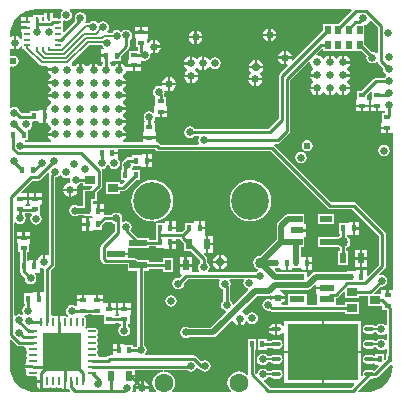
<source format=gbl>
%FSLAX24Y24*%
%MOIN*%
G70*
G01*
G75*
G04 Layer_Physical_Order=4*
G04 Layer_Color=16711680*
%ADD10C,0.0177*%
%ADD11C,0.0100*%
%ADD12O,0.0295X0.0079*%
%ADD13R,0.0157X0.0236*%
%ADD14R,0.0217X0.0098*%
%ADD15O,0.0315X0.0079*%
%ADD16R,0.0236X0.0157*%
%ADD17R,0.0354X0.0197*%
%ADD18R,0.0157X0.0335*%
%ADD19O,0.0177X0.0532*%
%ADD20O,0.0098X0.0276*%
%ADD21O,0.0276X0.0098*%
%ADD22R,0.0335X0.0157*%
%ADD23R,0.0157X0.0532*%
%ADD24R,0.0748X0.0630*%
%ADD25R,0.0630X0.0551*%
%ADD26O,0.0079X0.0315*%
%ADD27R,0.2598X0.2598*%
%ADD28R,0.0138X0.0394*%
%ADD29R,0.0343X0.0343*%
%ADD30R,0.1417X0.1417*%
%ADD31O,0.0079X0.0295*%
%ADD32R,0.0335X0.0374*%
%ADD33R,0.0551X0.0453*%
%ADD34R,0.0197X0.0354*%
%ADD35R,0.0591X0.1339*%
%ADD36R,0.0394X0.1378*%
%ADD37R,0.0138X0.0157*%
%ADD38R,0.0177X0.0177*%
%ADD39R,0.0102X0.0193*%
%ADD40R,0.0102X0.0209*%
%ADD41C,0.0200*%
%ADD42C,0.0080*%
%ADD43C,0.1260*%
%ADD44C,0.0630*%
%ADD45C,0.0260*%
%ADD46C,0.0290*%
%ADD47C,0.0240*%
%ADD48C,0.0300*%
%ADD49C,0.0340*%
%ADD50R,0.0098X0.0138*%
%ADD51R,0.0187X0.0098*%
%ADD52R,0.0591X0.0236*%
%ADD53O,0.0098X0.0315*%
%ADD54O,0.0315X0.0098*%
%ADD55R,0.1299X0.1299*%
%ADD56R,0.0197X0.0315*%
%ADD57R,0.0394X0.0217*%
%ADD58R,0.0512X0.0217*%
%ADD59R,0.0354X0.0276*%
%ADD60R,0.2362X0.1890*%
%ADD61O,0.0315X0.0157*%
G36*
X-1499Y1681D02*
X-1463Y1656D01*
X-1420Y1648D01*
X-1420Y1648D01*
X2324D01*
X4211Y-239D01*
X4247Y-264D01*
X4290Y-272D01*
X4290Y-272D01*
X5034D01*
X5927Y-1166D01*
Y-2134D01*
X5562Y-2499D01*
X5516Y-2480D01*
Y-2312D01*
X5377D01*
Y-2530D01*
X5297D01*
Y-2312D01*
X5158D01*
Y-2352D01*
X5122D01*
Y-2352D01*
X4844D01*
Y-2373D01*
X4498D01*
Y-2368D01*
X3866D01*
Y-2373D01*
X3814D01*
X3752Y-2385D01*
X3699Y-2421D01*
X3560Y-2559D01*
X3514Y-2540D01*
Y-2368D01*
X2882D01*
Y-2373D01*
X2510D01*
X2441Y-2304D01*
X2460Y-2258D01*
X2632D01*
Y-2258D01*
X2633D01*
X2668Y-2293D01*
Y-2298D01*
X2807D01*
Y-2080D01*
X2887D01*
Y-2298D01*
X3026D01*
Y-2258D01*
X3034D01*
Y-2258D01*
X3312D01*
Y-2258D01*
X3313D01*
X3348Y-2293D01*
Y-2298D01*
X3487D01*
Y-2080D01*
Y-1862D01*
X3371D01*
X3371Y-1862D01*
Y-1862D01*
X3348Y-1862D01*
X3336Y-1849D01*
Y-1532D01*
X3435D01*
Y-1198D01*
X3475D01*
Y-1030D01*
X3178D01*
Y-950D01*
X3475D01*
Y-782D01*
X3435D01*
Y-448D01*
X2921D01*
Y-453D01*
X2884D01*
X2822Y-465D01*
X2769Y-501D01*
X2554Y-715D01*
X2519Y-768D01*
X2507Y-830D01*
Y-1296D01*
X1973Y-1830D01*
X1970Y-1829D01*
X1880Y-1847D01*
X1804Y-1898D01*
X1753Y-1974D01*
X1735Y-2064D01*
X1753Y-2153D01*
X1804Y-2230D01*
X1880Y-2280D01*
X1905Y-2285D01*
Y-2335D01*
X1876Y-2341D01*
X1813Y-2383D01*
X246D01*
X222Y-2339D01*
X259Y-2284D01*
X274Y-2210D01*
X259Y-2136D01*
X217Y-2073D01*
X192Y-2056D01*
Y-1935D01*
X192Y-1935D01*
X184Y-1892D01*
X159Y-1856D01*
X159Y-1856D01*
X77Y-1773D01*
X96Y-1727D01*
X145D01*
Y-1450D01*
Y-1173D01*
X126D01*
Y-1128D01*
X126D01*
Y-950D01*
X-53D01*
Y-910D01*
X-93D01*
Y-692D01*
X-232D01*
Y-732D01*
X-268D01*
Y-732D01*
X-546D01*
Y-927D01*
X-656Y-1038D01*
X-854D01*
Y-950D01*
X-1033D01*
Y-910D01*
X-1073D01*
Y-692D01*
X-1212D01*
Y-732D01*
X-1248D01*
Y-732D01*
X-1517D01*
X-1517Y-731D01*
X-1517Y-731D01*
D01*
Y-731D01*
D01*
D01*
X-1519Y-682D01*
X-1499Y-680D01*
X-1369Y-640D01*
X-1249Y-576D01*
X-1144Y-490D01*
X-1057Y-385D01*
X-993Y-265D01*
X-954Y-135D01*
X-941Y0D01*
X-954Y135D01*
X-993Y265D01*
X-1057Y385D01*
X-1144Y490D01*
X-1249Y576D01*
X-1369Y640D01*
X-1499Y680D01*
X-1634Y693D01*
X-1769Y680D01*
X-1899Y640D01*
X-2019Y576D01*
X-2124Y490D01*
X-2210Y385D01*
X-2274Y265D01*
X-2314Y135D01*
X-2327Y0D01*
X-2314Y-135D01*
X-2274Y-265D01*
X-2210Y-385D01*
X-2124Y-490D01*
X-2019Y-576D01*
X-1899Y-640D01*
X-1769Y-680D01*
X-1634Y-693D01*
X-1566Y-687D01*
X-1527Y-718D01*
X-1526Y-732D01*
X-1526D01*
X-1526D01*
D01*
X-1526D01*
X-1526D01*
D01*
D01*
Y-732D01*
X-1526D01*
Y-1088D01*
X-1515D01*
Y-1150D01*
Y-1212D01*
X-1526D01*
Y-1294D01*
X-1741D01*
Y-1228D01*
X-2115D01*
X-2360Y-983D01*
X-2341Y-954D01*
X-2326Y-880D01*
X-2341Y-806D01*
X-2383Y-743D01*
X-2446Y-701D01*
X-2520Y-686D01*
X-2594Y-701D01*
X-2624Y-721D01*
X-2639Y-713D01*
X-2651Y-664D01*
X-2636Y-590D01*
X-2651Y-516D01*
X-2693Y-453D01*
X-2756Y-411D01*
X-2830Y-396D01*
X-2904Y-411D01*
X-2967Y-453D01*
X-2984Y-478D01*
X-3168D01*
X-3176Y-472D01*
X-3219Y-464D01*
X-3254Y-435D01*
Y-370D01*
X-3433D01*
Y-330D01*
X-3473D01*
Y-112D01*
X-3612D01*
D01*
X-3612D01*
X-3624Y-99D01*
Y-24D01*
X-3467D01*
Y294D01*
X-3338Y423D01*
X-3313Y460D01*
X-3305Y503D01*
X-3305Y503D01*
Y977D01*
X-3305Y977D01*
X-3313Y1020D01*
X-3313Y1020D01*
X-3313Y1020D01*
X-3320Y1056D01*
X-3320Y1056D01*
X-3246Y1071D01*
X-3183Y1113D01*
X-3141Y1176D01*
X-3135Y1206D01*
X-3085D01*
X-3079Y1176D01*
X-3037Y1113D01*
X-2974Y1071D01*
X-2900Y1056D01*
X-2826Y1071D01*
X-2763Y1113D01*
X-2721Y1176D01*
X-2706Y1250D01*
X-2721Y1324D01*
X-2763Y1387D01*
X-2784Y1401D01*
Y1550D01*
X-2963D01*
Y1630D01*
X-2784D01*
Y1728D01*
X-1546D01*
X-1499Y1681D01*
D02*
G37*
G36*
X4060Y5046D02*
Y4986D01*
X4377D01*
Y4986D01*
X4414Y4986D01*
Y4986D01*
X4731D01*
Y4986D01*
X4769Y4986D01*
Y4986D01*
X5086D01*
Y4986D01*
X5123Y4986D01*
Y4986D01*
X5340D01*
X5515Y4812D01*
X5506Y4770D01*
X5521Y4696D01*
X5563Y4633D01*
X5626Y4591D01*
X5700Y4576D01*
X5774Y4591D01*
X5837Y4633D01*
X5838Y4635D01*
X5887Y4625D01*
X5891Y4604D01*
X5916Y4568D01*
X6062Y4421D01*
X6056Y4392D01*
X6071Y4318D01*
X6113Y4255D01*
X6173Y4215D01*
Y4165D01*
X6113Y4125D01*
X6096Y4100D01*
X5831D01*
X5788Y4092D01*
X5752Y4067D01*
X5752Y4067D01*
X5340Y3656D01*
X5182D01*
Y3378D01*
X5182D01*
Y3377D01*
X5147Y3342D01*
X5142D01*
Y3203D01*
X5578D01*
Y3342D01*
X5538D01*
Y3378D01*
X5538D01*
Y3537D01*
X5636Y3634D01*
X5682Y3615D01*
Y3378D01*
X5682D01*
Y3377D01*
X5647Y3342D01*
X5642D01*
Y3203D01*
X5860D01*
Y3163D01*
X5900D01*
Y2984D01*
X6078D01*
Y3013D01*
X6095Y3022D01*
X6138Y2997D01*
Y2916D01*
X6022D01*
Y2638D01*
X6022D01*
Y2637D01*
X5987Y2602D01*
X5982D01*
Y2463D01*
X6200D01*
Y2423D01*
X6240D01*
Y2244D01*
X6388D01*
Y-2964D01*
X6250D01*
Y-3143D01*
X6170D01*
Y-2964D01*
X5992D01*
Y-3112D01*
X5792D01*
X5773Y-3066D01*
X5981Y-2858D01*
X6010Y-2864D01*
X6084Y-2849D01*
X6147Y-2807D01*
X6189Y-2744D01*
X6204Y-2670D01*
X6189Y-2596D01*
X6147Y-2533D01*
X6084Y-2491D01*
X6010Y-2476D01*
X5960Y-2486D01*
X5936Y-2442D01*
X6119Y-2259D01*
X6143Y-2223D01*
X6152Y-2180D01*
X6152Y-2180D01*
Y-1120D01*
X6143Y-1077D01*
X6119Y-1040D01*
X6119Y-1040D01*
X5159Y-81D01*
X5123Y-56D01*
X5080Y-48D01*
X5080Y-48D01*
X4336D01*
X2449Y1839D01*
X2433Y1850D01*
X2447Y1898D01*
X2550D01*
X2550Y1898D01*
X2593Y1907D01*
X2630Y1931D01*
X2939Y2241D01*
X2939Y2241D01*
X2964Y2277D01*
X2972Y2320D01*
X2972Y2320D01*
Y4024D01*
X3584Y4635D01*
X3625Y4613D01*
X3643Y4523D01*
X3694Y4447D01*
X3733Y4422D01*
Y4372D01*
X3694Y4346D01*
X3643Y4270D01*
X3633Y4220D01*
X3860D01*
Y4140D01*
X3633D01*
X3643Y4090D01*
X3694Y4014D01*
X3733Y3988D01*
Y3938D01*
X3694Y3913D01*
X3643Y3837D01*
X3633Y3787D01*
X3860D01*
Y3747D01*
X3900D01*
Y3520D01*
X3950Y3530D01*
X4026Y3581D01*
X4052Y3620D01*
X4102D01*
X4127Y3581D01*
X4203Y3530D01*
X4253Y3520D01*
Y3747D01*
X4333D01*
Y3520D01*
X4383Y3530D01*
X4459Y3581D01*
X4485Y3620D01*
X4535D01*
X4560Y3581D01*
X4636Y3530D01*
X4686Y3520D01*
Y3747D01*
X4726D01*
Y3787D01*
X4953D01*
X4943Y3837D01*
X4892Y3913D01*
X4853Y3938D01*
Y3988D01*
X4892Y4014D01*
X4943Y4090D01*
X4953Y4140D01*
X4726D01*
Y4220D01*
X4953D01*
X4943Y4270D01*
X4892Y4346D01*
X4853Y4372D01*
Y4422D01*
X4892Y4447D01*
X4943Y4523D01*
X4953Y4573D01*
X4726D01*
Y4613D01*
X4686D01*
Y4840D01*
X4636Y4830D01*
X4560Y4779D01*
X4535Y4740D01*
X4485D01*
X4459Y4779D01*
X4383Y4830D01*
X4333Y4840D01*
Y4613D01*
X4253D01*
Y4840D01*
X4203Y4830D01*
X4127Y4779D01*
X4102Y4740D01*
X4052D01*
X4026Y4779D01*
X3950Y4830D01*
X3860Y4848D01*
X3838Y4889D01*
X4014Y5065D01*
X4060Y5046D01*
D02*
G37*
G36*
X6389Y-5505D02*
X6372Y-5673D01*
X6322Y-5840D01*
X6239Y-5994D01*
X6129Y-6129D01*
X5994Y-6239D01*
X5840Y-6322D01*
X5673Y-6372D01*
X5505Y-6389D01*
X5500Y-6388D01*
X5231D01*
X5212Y-6342D01*
X5622Y-5931D01*
X5684D01*
X5738Y-5921D01*
X5766Y-5902D01*
X5797D01*
X5797Y-5902D01*
X5840Y-5894D01*
X5876Y-5869D01*
X6278Y-5468D01*
X6355D01*
X6389Y-5505D01*
D02*
G37*
G36*
X-5102Y952D02*
X-5073Y928D01*
X-5084Y913D01*
X-5092Y870D01*
X-5092Y870D01*
Y-1795D01*
X-5136Y-1818D01*
X-5148Y-1811D01*
X-5197Y-1801D01*
Y-2027D01*
X-5277D01*
Y-1801D01*
X-5327Y-1811D01*
X-5403Y-1861D01*
X-5454Y-1938D01*
X-5459Y-1962D01*
X-5523D01*
Y-2180D01*
X-5603D01*
Y-1962D01*
X-5742D01*
Y-2002D01*
X-5770D01*
X-5805Y-1967D01*
Y-1726D01*
X-5742D01*
Y-1448D01*
X-5742D01*
Y-1447D01*
X-5707Y-1412D01*
X-5702D01*
Y-1273D01*
X-6138D01*
Y-1412D01*
X-6098D01*
Y-1448D01*
X-6098D01*
Y-1726D01*
X-6029D01*
Y-2002D01*
X-6056D01*
Y-2358D01*
X-6053D01*
X-6029Y-2363D01*
X-6021Y-2406D01*
X-5996Y-2442D01*
X-5878Y-2561D01*
X-5884Y-2590D01*
X-5869Y-2664D01*
X-5827Y-2727D01*
X-5764Y-2769D01*
X-5690Y-2784D01*
X-5616Y-2769D01*
X-5553Y-2727D01*
X-5511Y-2664D01*
X-5496Y-2590D01*
X-5511Y-2516D01*
X-5553Y-2453D01*
X-5564Y-2446D01*
X-5549Y-2398D01*
X-5384D01*
Y-2259D01*
X-5340Y-2235D01*
X-5327Y-2244D01*
X-5265Y-2256D01*
X-5244Y-2287D01*
X-5244Y-2287D01*
X-5244D01*
X-5244Y-2287D01*
Y-3052D01*
X-5383D01*
Y-3270D01*
X-5463D01*
Y-3052D01*
X-5602D01*
Y-3092D01*
X-5638D01*
Y-3092D01*
X-5916D01*
Y-3448D01*
X-5892D01*
Y-3506D01*
X-5917Y-3523D01*
X-5959Y-3586D01*
X-5974Y-3660D01*
X-5959Y-3734D01*
X-5928Y-3781D01*
X-5963Y-3816D01*
X-5986Y-3801D01*
X-6060Y-3786D01*
X-6134Y-3801D01*
X-6184Y-3834D01*
X-6228Y-3811D01*
Y-737D01*
X-6180Y-722D01*
X-6177Y-727D01*
X-6114Y-769D01*
X-6040Y-784D01*
X-5966Y-769D01*
X-5903Y-727D01*
X-5861Y-664D01*
X-5846Y-590D01*
X-5861Y-516D01*
X-5892Y-470D01*
X-5868Y-426D01*
X-5862D01*
Y-409D01*
X-5718D01*
Y-426D01*
X-5679D01*
X-5656Y-470D01*
X-5693Y-526D01*
X-5708Y-600D01*
X-5693Y-674D01*
X-5651Y-737D01*
X-5588Y-779D01*
X-5514Y-794D01*
X-5440Y-779D01*
X-5377Y-737D01*
X-5335Y-674D01*
X-5320Y-600D01*
X-5335Y-526D01*
X-5377Y-463D01*
X-5366Y-426D01*
X-5362D01*
Y-148D01*
X-5362D01*
Y-147D01*
X-5327Y-112D01*
X-5322D01*
Y27D01*
X-5758D01*
Y-112D01*
X-5718D01*
Y-148D01*
D01*
Y-185D01*
X-5862D01*
Y-148D01*
X-5862D01*
Y-147D01*
X-5827Y-112D01*
X-5822D01*
Y27D01*
X-6040D01*
Y107D01*
X-5822D01*
Y246D01*
X-5990D01*
X-6009Y292D01*
X-5631Y670D01*
X-5449D01*
X-5449Y670D01*
X-5406Y678D01*
X-5369Y703D01*
X-5116Y956D01*
X-5102Y952D01*
D02*
G37*
G36*
X-3277Y5133D02*
X-3236Y5106D01*
X-3251Y5058D01*
X-3346D01*
Y4880D01*
X-3167D01*
Y4800D01*
X-3346D01*
Y4622D01*
X-3288D01*
X-3273Y4574D01*
X-3326Y4539D01*
X-3352Y4500D01*
X-3402D01*
X-3428Y4539D01*
X-3504Y4589D01*
X-3553Y4599D01*
Y4373D01*
X-3633D01*
Y4599D01*
X-3683Y4589D01*
X-3759Y4539D01*
X-3785Y4500D01*
X-3835D01*
X-3861Y4539D01*
X-3937Y4589D01*
X-3987Y4599D01*
Y4373D01*
X-4067D01*
Y4599D01*
X-4116Y4589D01*
X-4192Y4539D01*
X-4218Y4500D01*
X-4268D01*
X-4294Y4539D01*
X-4318Y4555D01*
X-4323Y4604D01*
X-3739Y5188D01*
X-3314D01*
X-3277Y5133D01*
D02*
G37*
G36*
X1431Y-2651D02*
X1421Y-2666D01*
X1406Y-2740D01*
X1421Y-2814D01*
X1463Y-2877D01*
X1526Y-2919D01*
X1557Y-2925D01*
X1571Y-2973D01*
X1085Y-3460D01*
X1037Y-3445D01*
X1029Y-3406D01*
X987Y-3343D01*
X962Y-3326D01*
Y-2830D01*
X962Y-2830D01*
X961Y-2824D01*
X974Y-2760D01*
X959Y-2686D01*
X936Y-2651D01*
X959Y-2607D01*
X1407D01*
X1431Y-2651D01*
D02*
G37*
G36*
X-714Y-1288D02*
X-689Y-1325D01*
X-564Y-1450D01*
Y-1687D01*
X-327D01*
X-32Y-1982D01*
Y-2056D01*
X-57Y-2073D01*
X-99Y-2136D01*
X-114Y-2210D01*
X-99Y-2284D01*
X-62Y-2339D01*
X-86Y-2383D01*
X-326D01*
Y-2194D01*
X-723D01*
Y-2431D01*
X-665D01*
X-646Y-2477D01*
X-741Y-2572D01*
X-770Y-2566D01*
X-844Y-2581D01*
X-907Y-2623D01*
X-949Y-2686D01*
X-964Y-2760D01*
X-949Y-2834D01*
X-907Y-2897D01*
X-844Y-2939D01*
X-770Y-2954D01*
X-696Y-2939D01*
X-633Y-2897D01*
X-591Y-2834D01*
X-576Y-2760D01*
X-582Y-2731D01*
X-459Y-2607D01*
X601D01*
X624Y-2651D01*
X601Y-2686D01*
X586Y-2760D01*
X601Y-2834D01*
X643Y-2897D01*
X706Y-2939D01*
X738Y-2945D01*
Y-3326D01*
X713Y-3343D01*
X671Y-3406D01*
X656Y-3480D01*
X671Y-3554D01*
X713Y-3617D01*
X776Y-3659D01*
X815Y-3667D01*
X830Y-3715D01*
X317Y-4227D01*
X-412D01*
X-436Y-4211D01*
X-510Y-4196D01*
X-584Y-4211D01*
X-647Y-4253D01*
X-689Y-4316D01*
X-704Y-4390D01*
X-689Y-4464D01*
X-647Y-4527D01*
X-584Y-4569D01*
X-510Y-4584D01*
X-436Y-4569D01*
X-412Y-4553D01*
X385D01*
X447Y-4541D01*
X500Y-4505D01*
X1013Y-3993D01*
X1061Y-4007D01*
X1063Y-4020D01*
X1114Y-4096D01*
X1190Y-4147D01*
X1240Y-4157D01*
Y-3930D01*
X1320D01*
Y-4157D01*
X1370Y-4147D01*
X1446Y-4096D01*
X1492Y-4026D01*
X1529D01*
X1544Y-4029D01*
X1563Y-4057D01*
X1626Y-4099D01*
X1700Y-4114D01*
X1774Y-4099D01*
X1837Y-4057D01*
X1879Y-3994D01*
X1894Y-3920D01*
X1879Y-3846D01*
X1837Y-3783D01*
X1774Y-3741D01*
X1700Y-3726D01*
X1626Y-3741D01*
X1563Y-3783D01*
X1536Y-3824D01*
X1486D01*
X1446Y-3764D01*
X1370Y-3713D01*
X1357Y-3711D01*
X1343Y-3663D01*
X1843Y-3163D01*
X2256D01*
X2318Y-3151D01*
X2345Y-3190D01*
X2786D01*
X2777Y-3144D01*
X2729Y-3071D01*
X2656Y-3023D01*
X2628Y-3017D01*
X2632Y-2967D01*
X3546D01*
X3608Y-2955D01*
X3661Y-2920D01*
X3780Y-2801D01*
X3826Y-2820D01*
Y-2870D01*
X4182D01*
Y-2950D01*
X3826D01*
Y-3118D01*
X3866D01*
Y-3438D01*
X3866Y-3438D01*
X3866D01*
X3866Y-3452D01*
X3845Y-3474D01*
X3514D01*
Y-3474D01*
Y-3452D01*
X3514Y-3438D01*
X3514Y-3438D01*
X3514D01*
Y-3116D01*
X2882D01*
Y-3438D01*
X2882Y-3438D01*
X2882D01*
X2882Y-3452D01*
X2860Y-3474D01*
X2687D01*
X2673Y-3426D01*
X2729Y-3389D01*
X2777Y-3316D01*
X2786Y-3270D01*
X2351D01*
X2312Y-3296D01*
X2304Y-3291D01*
X2230Y-3276D01*
X2156Y-3291D01*
X2093Y-3333D01*
X2051Y-3396D01*
X2036Y-3470D01*
X2051Y-3544D01*
X2093Y-3607D01*
X2156Y-3649D01*
X2230Y-3664D01*
X2259Y-3658D01*
X2267Y-3665D01*
X2267Y-3665D01*
X2303Y-3690D01*
X2346Y-3698D01*
X2346Y-3698D01*
X4799D01*
Y-3764D01*
X5273D01*
Y-3368D01*
X4799D01*
Y-3474D01*
X4498D01*
Y-3474D01*
Y-3452D01*
X4498Y-3438D01*
X4498Y-3438D01*
X4498D01*
Y-3238D01*
X4527Y-3232D01*
X4563Y-3208D01*
X4753Y-3018D01*
X4799Y-3037D01*
Y-3252D01*
X5273D01*
Y-3166D01*
X5547D01*
Y-3508D01*
X6021D01*
D01*
X6021D01*
X6032Y-3519D01*
Y-3636D01*
X6185D01*
Y-4139D01*
X6137Y-4153D01*
X6137Y-4153D01*
X6074Y-4111D01*
X6000Y-4096D01*
X5926Y-4111D01*
X5863Y-4153D01*
X5840Y-4188D01*
X5781D01*
X5738Y-4159D01*
X5684Y-4149D01*
X5526D01*
X5472Y-4159D01*
X5426Y-4190D01*
X5396Y-4236D01*
X5385Y-4290D01*
X5396Y-4344D01*
X5426Y-4390D01*
X5472Y-4421D01*
X5526Y-4431D01*
X5684D01*
X5738Y-4421D01*
X5781Y-4392D01*
X5840D01*
X5863Y-4427D01*
X5926Y-4469D01*
X6000Y-4484D01*
X6074Y-4469D01*
X6137Y-4427D01*
X6137Y-4427D01*
X6185Y-4441D01*
Y-4639D01*
X6137Y-4653D01*
X6137Y-4653D01*
X6074Y-4611D01*
X6000Y-4596D01*
X5926Y-4611D01*
X5863Y-4653D01*
X5840Y-4688D01*
X5781D01*
X5738Y-4659D01*
X5684Y-4649D01*
X5526D01*
X5472Y-4659D01*
X5426Y-4690D01*
X5396Y-4736D01*
X5385Y-4790D01*
X5396Y-4844D01*
X5426Y-4890D01*
X5472Y-4921D01*
X5526Y-4931D01*
X5684D01*
X5738Y-4921D01*
X5781Y-4892D01*
X5840D01*
X5863Y-4927D01*
X5926Y-4969D01*
X6000Y-4984D01*
X6074Y-4969D01*
X6137Y-4927D01*
X6137Y-4927D01*
X6185Y-4941D01*
Y-5112D01*
X6158D01*
Y-5268D01*
X6117Y-5296D01*
X6082Y-5282D01*
Y-5112D01*
X5804D01*
Y-5150D01*
X5760Y-5174D01*
X5738Y-5159D01*
X5684Y-5149D01*
X5526D01*
X5472Y-5159D01*
X5426Y-5190D01*
X5396Y-5236D01*
X5385Y-5290D01*
X5396Y-5344D01*
X5426Y-5390D01*
X5472Y-5421D01*
X5526Y-5431D01*
X5684D01*
X5738Y-5421D01*
X5760Y-5406D01*
X5804Y-5430D01*
Y-5468D01*
X5895D01*
X5914Y-5514D01*
X5757Y-5672D01*
X5738Y-5659D01*
X5684Y-5649D01*
X5526D01*
X5472Y-5659D01*
X5426Y-5690D01*
X5396Y-5736D01*
X5385Y-5790D01*
X5390Y-5817D01*
X5352Y-5849D01*
X5331Y-5840D01*
Y-5080D01*
X4090D01*
Y-6085D01*
X5086D01*
X5105Y-6131D01*
X5009Y-6228D01*
X2286D01*
X2083Y-6024D01*
X2097Y-5976D01*
X2134Y-5969D01*
X2197Y-5927D01*
X2220Y-5892D01*
X2319D01*
X2362Y-5921D01*
X2416Y-5931D01*
X2574D01*
X2628Y-5921D01*
X2674Y-5890D01*
X2704Y-5844D01*
X2715Y-5790D01*
X2704Y-5736D01*
X2674Y-5690D01*
X2628Y-5659D01*
X2574Y-5649D01*
X2416D01*
X2362Y-5659D01*
X2319Y-5688D01*
X2220D01*
X2197Y-5653D01*
X2134Y-5611D01*
X2060Y-5596D01*
X1986Y-5611D01*
X1923Y-5653D01*
X1881Y-5716D01*
X1874Y-5753D01*
X1835Y-5764D01*
X1795Y-5735D01*
Y-4968D01*
X1822D01*
Y-4612D01*
X1544D01*
Y-4968D01*
X1571D01*
Y-5783D01*
X1571Y-5783D01*
X1573Y-5795D01*
X1528Y-5816D01*
X1517Y-5803D01*
X1439Y-5742D01*
X1348Y-5705D01*
X1250Y-5692D01*
X1152Y-5705D01*
X1061Y-5742D01*
X983Y-5803D01*
X922Y-5881D01*
X885Y-5972D01*
X872Y-6070D01*
X885Y-6168D01*
X922Y-6259D01*
X983Y-6337D01*
X987Y-6341D01*
X971Y-6388D01*
X-971D01*
X-987Y-6341D01*
X-983Y-6337D01*
X-922Y-6259D01*
X-885Y-6168D01*
X-872Y-6070D01*
X-885Y-5972D01*
X-922Y-5881D01*
X-983Y-5803D01*
X-1061Y-5742D01*
X-1152Y-5705D01*
X-1232Y-5694D01*
X-1229Y-5644D01*
X-489D01*
X-487Y-5647D01*
X-424Y-5689D01*
X-350Y-5704D01*
X-276Y-5689D01*
X-213Y-5647D01*
X-171Y-5584D01*
X-124Y-5570D01*
X-104Y-5589D01*
X-104Y-5589D01*
X-68Y-5614D01*
X-35Y-5620D01*
X-17Y-5647D01*
X46Y-5689D01*
X120Y-5704D01*
X194Y-5689D01*
X257Y-5647D01*
X299Y-5584D01*
X314Y-5510D01*
X299Y-5436D01*
X257Y-5373D01*
X194Y-5331D01*
X120Y-5316D01*
X46Y-5331D01*
X22Y-5347D01*
X-27Y-5337D01*
X-31Y-5331D01*
X-31Y-5331D01*
X-171Y-5191D01*
X-208Y-5166D01*
X-251Y-5158D01*
X-251Y-5158D01*
X-1857D01*
X-1881Y-5114D01*
X-1841Y-5054D01*
X-1826Y-4980D01*
X-1841Y-4906D01*
X-1883Y-4843D01*
X-1908Y-4826D01*
Y-2332D01*
X-1741D01*
Y-2266D01*
X-1274D01*
Y-2391D01*
X-957D01*
Y-1917D01*
X-1274D01*
Y-2042D01*
X-1741D01*
Y-1976D01*
X-2115D01*
X-2163Y-1929D01*
X-2199Y-1904D01*
X-2242Y-1896D01*
X-2242Y-1896D01*
X-2449D01*
Y-1820D01*
X-2844D01*
Y-1740D01*
X-2449D01*
Y-1584D01*
X-1741D01*
Y-1518D01*
X-1526D01*
Y-1568D01*
X-1248D01*
Y-1568D01*
X-1247D01*
X-1212Y-1603D01*
Y-1608D01*
X-1073D01*
Y-1390D01*
X-1033D01*
Y-1350D01*
X-854D01*
Y-1262D01*
X-719D01*
X-714Y-1288D01*
D02*
G37*
G36*
X5883Y5775D02*
Y4938D01*
X5837Y4907D01*
X5774Y4949D01*
X5700Y4964D01*
X5683Y4960D01*
X5440Y5204D01*
Y5421D01*
X5440D01*
X5440Y5459D01*
X5440Y5459D01*
Y5459D01*
Y5855D01*
X5480Y5863D01*
X5556Y5914D01*
X5607Y5990D01*
X5653Y6004D01*
X5883Y5775D01*
D02*
G37*
G36*
X-1268Y-5694D02*
X-1348Y-5705D01*
X-1439Y-5742D01*
X-1517Y-5803D01*
X-1578Y-5881D01*
X-1615Y-5972D01*
X-1628Y-6070D01*
X-1615Y-6168D01*
X-1578Y-6259D01*
X-1517Y-6337D01*
X-1513Y-6341D01*
X-1529Y-6388D01*
X-1736D01*
X-1759Y-6344D01*
X-1743Y-6320D01*
X-1733Y-6270D01*
X-2187D01*
X-2177Y-6320D01*
X-2161Y-6344D01*
X-2184Y-6388D01*
X-2284D01*
X-2307Y-6344D01*
X-2281Y-6304D01*
X-2266Y-6230D01*
X-2281Y-6156D01*
Y-6156D01*
X-2281D01*
X-2249Y-6117D01*
X-2226D01*
Y-5880D01*
X-2425D01*
Y-5800D01*
X-2226D01*
Y-5644D01*
X-1271D01*
X-1268Y-5694D01*
D02*
G37*
G36*
X-4637Y813D02*
X-4574Y771D01*
X-4500Y756D01*
X-4426Y771D01*
X-4413Y780D01*
X-4371Y752D01*
X-4384Y690D01*
X-4369Y616D01*
X-4414Y586D01*
X-4460Y577D01*
X-4536Y526D01*
X-4587Y450D01*
X-4597Y400D01*
X-4143D01*
X-4153Y450D01*
X-4160Y460D01*
X-4141Y506D01*
X-4116Y511D01*
X-4053Y553D01*
X-4039Y574D01*
X-3941D01*
Y488D01*
X-3655D01*
X-3636Y442D01*
X-3706Y372D01*
X-3941D01*
Y137D01*
X-3950Y91D01*
Y-167D01*
X-4112D01*
X-4136Y-151D01*
X-4210Y-136D01*
X-4284Y-151D01*
X-4347Y-193D01*
X-4389Y-256D01*
X-4404Y-330D01*
X-4389Y-404D01*
X-4347Y-467D01*
X-4284Y-509D01*
X-4210Y-524D01*
X-4136Y-509D01*
X-4112Y-493D01*
X-3926D01*
Y-508D01*
X-3648D01*
Y-508D01*
X-3647D01*
X-3612Y-543D01*
Y-548D01*
X-3612Y-548D01*
D01*
X-3635Y-572D01*
X-3747D01*
Y-790D01*
Y-1008D01*
X-3608D01*
Y-968D01*
X-3572D01*
Y-968D01*
X-3294D01*
Y-810D01*
X-3186Y-702D01*
X-2984D01*
X-2967Y-727D01*
X-2904Y-769D01*
X-2892Y-771D01*
Y-1036D01*
X-3329Y-1473D01*
X-3353Y-1509D01*
X-3361Y-1552D01*
X-3361Y-1552D01*
Y-1944D01*
X-3361Y-1944D01*
X-3353Y-1987D01*
X-3329Y-2023D01*
X-3264Y-2087D01*
X-3264Y-2087D01*
X-3228Y-2112D01*
X-3185Y-2120D01*
X-3185Y-2120D01*
X-2451D01*
Y-2332D01*
X-2132D01*
Y-4826D01*
X-2157Y-4843D01*
X-2174Y-4868D01*
X-2264D01*
Y-4802D01*
X-2542D01*
Y-4802D01*
X-2543D01*
X-2578Y-4767D01*
Y-4762D01*
X-2717D01*
Y-4980D01*
X-2757D01*
Y-5020D01*
X-2936D01*
Y-5158D01*
X-3050D01*
X-3093Y-5166D01*
X-3129Y-5191D01*
X-3129Y-5191D01*
X-3162Y-5223D01*
X-3382D01*
X-3445Y-5181D01*
X-3436Y-5138D01*
X-3445Y-5096D01*
X-3469Y-5060D01*
Y-5020D01*
X-3445Y-4984D01*
X-3436Y-4942D01*
X-3445Y-4899D01*
X-3469Y-4863D01*
Y-4823D01*
X-3445Y-4787D01*
X-3436Y-4745D01*
X-3445Y-4702D01*
X-3469Y-4666D01*
Y-4627D01*
X-3445Y-4590D01*
X-3436Y-4548D01*
X-3445Y-4505D01*
X-3469Y-4469D01*
Y-4430D01*
X-3445Y-4394D01*
X-3436Y-4351D01*
X-3445Y-4308D01*
X-3469Y-4272D01*
X-3505Y-4248D01*
X-3547Y-4240D01*
X-3764D01*
X-3807Y-4248D01*
X-3825Y-4261D01*
X-3861Y-4225D01*
X-3848Y-4207D01*
X-3840Y-4164D01*
Y-3947D01*
X-3848Y-3905D01*
X-3872Y-3869D01*
X-3895Y-3854D01*
X-3880Y-3806D01*
X-3762D01*
Y-3782D01*
X-3658D01*
Y-3806D01*
X-3313D01*
X-3313Y-3806D01*
Y-3806D01*
X-3302Y-3806D01*
X-3284Y-3788D01*
X-3255Y-3800D01*
X-3238Y-3817D01*
Y-3818D01*
X-3238D01*
Y-4096D01*
X-2882D01*
Y-4069D01*
X-2748D01*
Y-4096D01*
X-2682D01*
Y-4176D01*
X-2707Y-4193D01*
X-2749Y-4256D01*
X-2764Y-4330D01*
X-2749Y-4404D01*
X-2707Y-4467D01*
X-2644Y-4509D01*
X-2570Y-4524D01*
X-2496Y-4509D01*
X-2433Y-4467D01*
X-2391Y-4404D01*
X-2376Y-4330D01*
X-2391Y-4256D01*
X-2433Y-4193D01*
X-2458Y-4176D01*
Y-4096D01*
X-2392D01*
Y-3818D01*
X-2392D01*
Y-3817D01*
X-2357Y-3782D01*
X-2352D01*
Y-3643D01*
X-2788D01*
Y-3782D01*
X-2748D01*
Y-3810D01*
X-2783Y-3845D01*
X-2882D01*
Y-3818D01*
X-2882D01*
Y-3817D01*
X-2847Y-3782D01*
X-2842D01*
Y-3643D01*
X-3060D01*
Y-3603D01*
X-3100D01*
Y-3424D01*
X-3262D01*
Y-3353D01*
X-3480D01*
Y-3313D01*
X-3520D01*
Y-3134D01*
X-3687D01*
X-3687Y-3134D01*
Y-3134D01*
X-3698Y-3134D01*
X-3710D01*
X-3722D01*
X-3733Y-3134D01*
X-3733Y-3134D01*
Y-3134D01*
X-3900D01*
Y-3313D01*
X-3940D01*
Y-3353D01*
X-4158D01*
Y-3492D01*
X-4158Y-3492D01*
Y-3492D01*
X-4164Y-3502D01*
X-4213Y-3513D01*
X-4246Y-3491D01*
X-4320Y-3476D01*
X-4394Y-3491D01*
X-4457Y-3533D01*
X-4499Y-3596D01*
X-4514Y-3670D01*
X-4499Y-3744D01*
X-4457Y-3807D01*
X-4436Y-3821D01*
X-4451Y-3869D01*
X-4463D01*
X-4499Y-3845D01*
X-4542Y-3836D01*
X-4584Y-3845D01*
X-4589Y-3848D01*
X-4631Y-3840D01*
X-4631Y-3840D01*
Y-3840D01*
X-4680Y-3807D01*
X-4698Y-3803D01*
Y-4056D01*
X-4778D01*
Y-3803D01*
X-4797Y-3807D01*
X-4846Y-3840D01*
X-4846D01*
Y-3840D01*
X-4887Y-3848D01*
X-4893Y-3845D01*
X-4935Y-3836D01*
X-4978Y-3845D01*
X-5020Y-3782D01*
Y-2334D01*
X-4901Y-2215D01*
X-4901Y-2215D01*
X-4876Y-2178D01*
X-4868Y-2135D01*
X-4868Y-2135D01*
Y779D01*
X-4806Y791D01*
X-4743Y833D01*
X-4722Y865D01*
X-4672D01*
X-4637Y813D01*
D02*
G37*
G36*
X5023Y6342D02*
X4575Y5894D01*
X4414D01*
Y5894D01*
X4387Y5894D01*
X4377D01*
Y5894D01*
X4377D01*
X4377D01*
X4060D01*
Y5676D01*
X3053Y4670D01*
X3009Y4693D01*
X3017Y4730D01*
X2830D01*
Y4543D01*
X2867Y4551D01*
X2890Y4507D01*
X2611Y4227D01*
X2586Y4191D01*
X2578Y4148D01*
X2578Y4148D01*
Y2736D01*
X2234Y2392D01*
X-226D01*
X-243Y2417D01*
X-306Y2459D01*
X-380Y2474D01*
X-454Y2459D01*
X-517Y2417D01*
X-559Y2354D01*
X-574Y2280D01*
X-559Y2206D01*
X-517Y2143D01*
X-454Y2101D01*
X-380Y2086D01*
X-306Y2101D01*
X-243Y2143D01*
X-226Y2168D01*
X-86D01*
X-63Y2124D01*
X-89Y2085D01*
X-104Y2010D01*
X-89Y1936D01*
X-76Y1916D01*
X-99Y1872D01*
X-1374D01*
X-1391Y1889D01*
X-1411Y1919D01*
X-1447Y1944D01*
X-1490Y1952D01*
X-1512D01*
Y2063D01*
X-1948D01*
Y1952D01*
X-2609D01*
X-2624Y2000D01*
X-2562Y2042D01*
X-2511Y2118D01*
X-2501Y2167D01*
X-2727D01*
Y2247D01*
X-2501D01*
X-2511Y2297D01*
X-2562Y2373D01*
X-2600Y2399D01*
Y2449D01*
X-2562Y2475D01*
X-2511Y2551D01*
X-2501Y2600D01*
X-2727D01*
Y2680D01*
X-2501D01*
X-2511Y2730D01*
X-2562Y2806D01*
X-2600Y2832D01*
Y2882D01*
X-2562Y2908D01*
X-2511Y2984D01*
X-2501Y3033D01*
X-2727D01*
Y3113D01*
X-2501D01*
X-2511Y3163D01*
X-2562Y3239D01*
X-2600Y3265D01*
Y3315D01*
X-2562Y3341D01*
X-2511Y3417D01*
X-2501Y3467D01*
X-2727D01*
Y3547D01*
X-2501D01*
X-2511Y3596D01*
X-2562Y3672D01*
X-2600Y3698D01*
Y3748D01*
X-2562Y3774D01*
X-2511Y3850D01*
X-2501Y3900D01*
X-2727D01*
Y3980D01*
X-2501D01*
X-2511Y4029D01*
X-2562Y4105D01*
X-2600Y4131D01*
Y4181D01*
X-2562Y4207D01*
X-2511Y4283D01*
X-2500Y4334D01*
X-2458D01*
Y4334D01*
X-2280D01*
Y4473D01*
X-2458D01*
Y4453D01*
X-2508Y4448D01*
X-2511Y4462D01*
X-2562Y4539D01*
X-2638Y4589D01*
X-2687Y4599D01*
Y4373D01*
X-2767D01*
Y4599D01*
X-2817Y4589D01*
X-2893Y4539D01*
X-2919Y4500D01*
X-2969D01*
X-2995Y4539D01*
X-3048Y4574D01*
X-3033Y4622D01*
X-2988D01*
Y4662D01*
X-2952D01*
Y4662D01*
X-2674D01*
Y4820D01*
X-2421Y5074D01*
X-2421Y5074D01*
X-2396Y5110D01*
X-2388Y5153D01*
Y5356D01*
X-2363Y5373D01*
X-2321Y5436D01*
X-2306Y5510D01*
X-2321Y5584D01*
X-2363Y5647D01*
X-2426Y5689D01*
X-2500Y5704D01*
X-2574Y5689D01*
X-2637Y5647D01*
X-2644Y5637D01*
X-2683D01*
X-2746Y5679D01*
X-2820Y5694D01*
X-2894Y5679D01*
X-2957Y5637D01*
X-2980Y5602D01*
X-3107D01*
X-3131Y5646D01*
X-3091Y5706D01*
X-3076Y5780D01*
X-3091Y5854D01*
X-3133Y5917D01*
X-3196Y5959D01*
X-3270Y5974D01*
X-3344Y5959D01*
X-3407Y5917D01*
X-3407D01*
D01*
X-3456Y5927D01*
X-3463Y5937D01*
X-3526Y5979D01*
X-3600Y5994D01*
X-3674Y5979D01*
X-3737Y5937D01*
X-3743Y5928D01*
X-3839D01*
X-3849Y5926D01*
X-3876Y5968D01*
X-3851Y6006D01*
X-3836Y6080D01*
X-3851Y6154D01*
X-3893Y6217D01*
X-3956Y6259D01*
X-4030Y6274D01*
X-4104Y6259D01*
X-4167Y6217D01*
X-4209Y6154D01*
X-4224Y6080D01*
X-4209Y6006D01*
X-4204Y5999D01*
X-4574Y5630D01*
X-4620Y5649D01*
Y5658D01*
Y5855D01*
Y5989D01*
X-4576Y6013D01*
X-4573Y6011D01*
X-4499Y5996D01*
X-4425Y6011D01*
X-4362Y6053D01*
X-4320Y6116D01*
X-4305Y6190D01*
X-4320Y6264D01*
X-4362Y6327D01*
X-4381Y6340D01*
X-4367Y6388D01*
X5003D01*
X5023Y6342D01*
D02*
G37*
G36*
X-5500Y6388D02*
X-4631D01*
X-4616Y6340D01*
X-4636Y6327D01*
X-4678Y6264D01*
X-4693Y6190D01*
X-4678Y6116D01*
X-4701Y6073D01*
X-4758D01*
X-4773Y6076D01*
X-4928D01*
X-4928Y6076D01*
X-4944Y6089D01*
Y6241D01*
X-5053D01*
Y6072D01*
X-5133D01*
Y6241D01*
X-5242D01*
Y6201D01*
X-5596D01*
Y6113D01*
X-5613D01*
Y6113D01*
X-5767D01*
Y5964D01*
X-5807D01*
Y5924D01*
X-6000D01*
Y5815D01*
Y5807D01*
X-5807D01*
Y5727D01*
X-6000D01*
Y5618D01*
X-5960D01*
Y5461D01*
Y5396D01*
X-6008Y5382D01*
X-6044Y5436D01*
X-6120Y5487D01*
X-6170Y5497D01*
Y5270D01*
Y5043D01*
X-6120Y5053D01*
X-6044Y5104D01*
X-6008Y5158D01*
X-5960Y5144D01*
Y5067D01*
X-5903D01*
X-5901Y5059D01*
X-5879Y5026D01*
X-5388Y4535D01*
X-5355Y4513D01*
X-5316Y4505D01*
X-5132D01*
X-5109Y4462D01*
X-5119Y4413D01*
X-4893D01*
Y4333D01*
X-5119D01*
X-5109Y4283D01*
X-5059Y4207D01*
X-5020Y4181D01*
Y4131D01*
X-5059Y4105D01*
X-5109Y4029D01*
X-5119Y3980D01*
X-4893D01*
Y3900D01*
X-5119D01*
X-5109Y3850D01*
X-5059Y3774D01*
X-5020Y3748D01*
Y3698D01*
X-5059Y3672D01*
X-5109Y3596D01*
X-5119Y3547D01*
X-4893D01*
Y3467D01*
X-5119D01*
X-5109Y3417D01*
X-5059Y3341D01*
X-5020Y3315D01*
Y3265D01*
X-5059Y3239D01*
X-5109Y3163D01*
X-5127Y3073D01*
X-5156Y3038D01*
X-5183D01*
Y2820D01*
Y2602D01*
X-5120D01*
X-5109Y2551D01*
X-5059Y2475D01*
X-5020Y2449D01*
Y2399D01*
X-5059Y2373D01*
X-5109Y2297D01*
X-5119Y2247D01*
X-4893D01*
Y2167D01*
X-5119D01*
X-5109Y2118D01*
X-5059Y2042D01*
X-4996Y2000D01*
X-5011Y1952D01*
X-5857D01*
X-5880Y1996D01*
X-5863Y2022D01*
X-5784D01*
Y2365D01*
X-5756Y2371D01*
X-5693Y2413D01*
X-5651Y2476D01*
X-5636Y2550D01*
X-5647Y2603D01*
X-5615Y2642D01*
X-5438D01*
Y2642D01*
X-5437D01*
X-5402Y2607D01*
Y2602D01*
X-5263D01*
Y2820D01*
Y3038D01*
X-5402D01*
Y2998D01*
X-5438D01*
Y2998D01*
X-5716D01*
Y2912D01*
X-5993D01*
X-6065Y2984D01*
X-6071Y3014D01*
X-6113Y3077D01*
X-6176Y3119D01*
X-6250Y3134D01*
X-6324Y3119D01*
X-6344Y3106D01*
X-6388Y3129D01*
Y4459D01*
X-6344Y4483D01*
X-6340Y4480D01*
X-6270Y4466D01*
X-6200Y4480D01*
X-6140Y4520D01*
X-6100Y4580D01*
X-6086Y4650D01*
X-6100Y4720D01*
X-6140Y4780D01*
X-6200Y4820D01*
X-6270Y4834D01*
X-6340Y4820D01*
X-6344Y4817D01*
X-6388Y4841D01*
Y5059D01*
X-6344Y5083D01*
X-6300Y5053D01*
X-6250Y5043D01*
Y5270D01*
Y5497D01*
X-6300Y5487D01*
X-6344Y5457D01*
X-6388Y5481D01*
Y5500D01*
X-6389Y5505D01*
X-6372Y5673D01*
X-6322Y5840D01*
X-6239Y5994D01*
X-6129Y6129D01*
X-5994Y6239D01*
X-5840Y6322D01*
X-5673Y6372D01*
X-5505Y6389D01*
X-5500Y6388D01*
D02*
G37*
G36*
X-6144Y-4824D02*
X-6144Y-4824D01*
X-6108Y-4848D01*
X-6065Y-4857D01*
X-6065Y-4857D01*
X-5898D01*
X-5835Y-4899D01*
X-5844Y-4942D01*
X-5835Y-4984D01*
X-5811Y-5020D01*
Y-5060D01*
X-5835Y-5096D01*
X-5844Y-5138D01*
X-5835Y-5181D01*
X-5811Y-5217D01*
Y-5257D01*
X-5835Y-5293D01*
X-5844Y-5335D01*
X-5835Y-5378D01*
X-5832Y-5383D01*
X-5840Y-5425D01*
X-5840Y-5425D01*
X-5840D01*
X-5873Y-5474D01*
X-5877Y-5492D01*
X-5624D01*
Y-5572D01*
X-5877D01*
X-5873Y-5590D01*
X-5840Y-5640D01*
Y-5640D01*
X-5840D01*
X-5832Y-5681D01*
X-5835Y-5686D01*
X-5844Y-5729D01*
X-5835Y-5772D01*
X-5811Y-5808D01*
X-5775Y-5832D01*
X-5733Y-5840D01*
X-5516D01*
X-5508Y-5839D01*
X-5473Y-5874D01*
X-5481Y-5916D01*
Y-5984D01*
X-5329D01*
Y-6024D01*
X-5289D01*
Y-6277D01*
X-5271Y-6273D01*
X-5221Y-6240D01*
X-5221D01*
Y-6240D01*
X-5180Y-6232D01*
X-5175Y-6235D01*
X-5132Y-6244D01*
X-5090Y-6235D01*
X-5053Y-6211D01*
X-5014D01*
X-4978Y-6235D01*
X-4935Y-6244D01*
X-4893Y-6235D01*
X-4857Y-6211D01*
X-4817D01*
X-4781Y-6235D01*
X-4738Y-6244D01*
X-4696Y-6235D01*
X-4691Y-6232D01*
X-4649Y-6240D01*
X-4649Y-6240D01*
Y-6240D01*
X-4600Y-6273D01*
X-4582Y-6277D01*
Y-6024D01*
X-4502D01*
Y-6277D01*
X-4483Y-6273D01*
X-4447Y-6249D01*
X-4424Y-6284D01*
X-4366Y-6342D01*
X-4386Y-6388D01*
X-5500D01*
X-5505Y-6389D01*
X-5673Y-6372D01*
X-5840Y-6322D01*
X-5994Y-6239D01*
X-6129Y-6129D01*
X-6239Y-5994D01*
X-6322Y-5840D01*
X-6372Y-5673D01*
X-6389Y-5505D01*
X-6388Y-5500D01*
Y-4646D01*
X-6342Y-4626D01*
X-6144Y-4824D01*
D02*
G37*
%LPC*%
G36*
X670Y-1798D02*
Y-2000D01*
X872D01*
X861Y-1944D01*
X807Y-1863D01*
X726Y-1809D01*
X670Y-1798D01*
D02*
G37*
G36*
X384Y-1173D02*
X225D01*
Y-1410D01*
X384D01*
Y-1173D01*
D02*
G37*
G36*
X5275Y-1643D02*
X5117D01*
Y-1880D01*
X5275D01*
Y-1643D01*
D02*
G37*
G36*
X590Y-1798D02*
X534Y-1809D01*
X453Y-1863D01*
X399Y-1944D01*
X388Y-2000D01*
X590D01*
Y-1798D01*
D02*
G37*
G36*
X384Y-1490D02*
X225D01*
Y-1727D01*
X384D01*
Y-1490D01*
D02*
G37*
G36*
X5514Y-1643D02*
X5355D01*
Y-1880D01*
X5514D01*
Y-1643D01*
D02*
G37*
G36*
X-854Y-1430D02*
X-993D01*
Y-1608D01*
X-854D01*
Y-1430D01*
D02*
G37*
G36*
X-5960Y-1054D02*
X-6138D01*
Y-1193D01*
X-5960D01*
Y-1054D01*
D02*
G37*
G36*
X4419Y-448D02*
X3905D01*
Y-784D01*
X4419D01*
Y-448D01*
D02*
G37*
G36*
X126Y-692D02*
X-13D01*
Y-870D01*
X126D01*
Y-692D01*
D02*
G37*
G36*
X-3827Y-572D02*
X-3966D01*
Y-750D01*
X-3827D01*
Y-572D01*
D02*
G37*
G36*
X-3254Y-112D02*
X-3393D01*
Y-290D01*
X-3254D01*
Y-112D01*
D02*
G37*
G36*
X1634Y693D02*
X1499Y680D01*
X1369Y640D01*
X1249Y576D01*
X1144Y490D01*
X1057Y385D01*
X993Y265D01*
X954Y135D01*
X941Y0D01*
X954Y-135D01*
X993Y-265D01*
X1057Y-385D01*
X1144Y-490D01*
X1249Y-576D01*
X1369Y-640D01*
X1499Y-680D01*
X1634Y-693D01*
X1769Y-680D01*
X1899Y-640D01*
X2019Y-576D01*
X2124Y-490D01*
X2210Y-385D01*
X2274Y-265D01*
X2314Y-135D01*
X2327Y0D01*
X2314Y135D01*
X2274Y265D01*
X2210Y385D01*
X2124Y490D01*
X2019Y576D01*
X1899Y640D01*
X1769Y680D01*
X1634Y693D01*
D02*
G37*
G36*
X-854Y-692D02*
X-993D01*
Y-870D01*
X-854D01*
Y-692D01*
D02*
G37*
G36*
X5047Y-702D02*
X4908D01*
Y-742D01*
X4872D01*
Y-742D01*
X4594D01*
Y-1098D01*
X4618D01*
Y-1168D01*
X4569Y-1201D01*
X4419D01*
Y-1196D01*
X3905D01*
Y-1532D01*
X4419D01*
Y-1527D01*
X4558D01*
X4564Y-1536D01*
X4613Y-1568D01*
Y-1683D01*
X4566D01*
Y-2157D01*
X4883D01*
Y-1683D01*
X4837D01*
Y-1575D01*
X4896Y-1536D01*
X4947Y-1460D01*
X4965Y-1370D01*
X4947Y-1280D01*
X4896Y-1204D01*
X4842Y-1168D01*
Y-1098D01*
X4872D01*
Y-1098D01*
X4873D01*
X4908Y-1133D01*
Y-1138D01*
X5047D01*
Y-920D01*
Y-702D01*
D02*
G37*
G36*
X-5702Y-1054D02*
X-5880D01*
Y-1193D01*
X-5702D01*
Y-1054D01*
D02*
G37*
G36*
X5266Y-960D02*
X5127D01*
Y-1138D01*
X5266D01*
Y-960D01*
D02*
G37*
G36*
Y-702D02*
X5127D01*
Y-880D01*
X5266D01*
Y-702D01*
D02*
G37*
G36*
X-3827Y-830D02*
X-3966D01*
Y-1008D01*
X-3827D01*
Y-830D01*
D02*
G37*
G36*
X3706Y-1862D02*
X3567D01*
Y-2040D01*
X3706D01*
Y-1862D01*
D02*
G37*
G36*
X2455Y-4330D02*
X2242D01*
X2248Y-4360D01*
X2287Y-4419D01*
X2346Y-4458D01*
X2416Y-4472D01*
X2455D01*
Y-4330D01*
D02*
G37*
G36*
X2176Y-4612D02*
X1898D01*
Y-4968D01*
X2176D01*
Y-4902D01*
X2334D01*
X2362Y-4921D01*
X2416Y-4931D01*
X2574D01*
X2628Y-4921D01*
X2674Y-4890D01*
X2704Y-4844D01*
X2715Y-4790D01*
X2704Y-4736D01*
X2674Y-4690D01*
X2628Y-4659D01*
X2574Y-4649D01*
X2416D01*
X2362Y-4659D01*
X2334Y-4678D01*
X2176D01*
Y-4612D01*
D02*
G37*
G36*
X-2797Y-4762D02*
X-2936D01*
Y-4940D01*
X-2797D01*
Y-4762D01*
D02*
G37*
G36*
X-2842Y-3424D02*
X-3020D01*
Y-3563D01*
X-2842D01*
Y-3424D01*
D02*
G37*
G36*
X4010Y-3995D02*
X2769D01*
Y-4174D01*
X2721Y-4189D01*
X2702Y-4161D01*
X2643Y-4122D01*
X2574Y-4108D01*
X2535D01*
Y-4290D01*
Y-4472D01*
X2574D01*
X2643Y-4458D01*
X2702Y-4419D01*
X2721Y-4391D01*
X2769Y-4406D01*
Y-5000D01*
X4010D01*
Y-3995D01*
D02*
G37*
G36*
X2455Y-4108D02*
X2416D01*
X2346Y-4122D01*
X2287Y-4161D01*
X2248Y-4220D01*
X2242Y-4250D01*
X2455D01*
Y-4108D01*
D02*
G37*
G36*
X-1920Y-6003D02*
Y-6190D01*
X-1733D01*
X-1743Y-6140D01*
X-1794Y-6064D01*
X-1870Y-6013D01*
X-1920Y-6003D01*
D02*
G37*
G36*
X-2000D02*
X-2050Y-6013D01*
X-2126Y-6064D01*
X-2177Y-6140D01*
X-2187Y-6190D01*
X-2000D01*
Y-6003D01*
D02*
G37*
G36*
X-5369Y-6064D02*
X-5481D01*
Y-6133D01*
X-5470Y-6191D01*
X-5437Y-6240D01*
X-5387Y-6273D01*
X-5369Y-6277D01*
Y-6064D01*
D02*
G37*
G36*
X5331Y-3995D02*
X4090D01*
Y-5000D01*
X5331D01*
Y-3995D01*
D02*
G37*
G36*
X2050Y-5096D02*
X1976Y-5111D01*
X1913Y-5153D01*
X1871Y-5216D01*
X1856Y-5290D01*
X1871Y-5364D01*
X1913Y-5427D01*
X1976Y-5469D01*
X2050Y-5484D01*
X2124Y-5469D01*
X2187Y-5427D01*
X2210Y-5392D01*
X2319D01*
X2362Y-5421D01*
X2416Y-5431D01*
X2574D01*
X2628Y-5421D01*
X2674Y-5390D01*
X2704Y-5344D01*
X2715Y-5290D01*
X2704Y-5236D01*
X2674Y-5190D01*
X2628Y-5159D01*
X2574Y-5149D01*
X2416D01*
X2362Y-5159D01*
X2319Y-5188D01*
X2210D01*
X2187Y-5153D01*
X2124Y-5111D01*
X2050Y-5096D01*
D02*
G37*
G36*
X4010Y-5080D02*
X2769D01*
Y-6085D01*
X4010D01*
Y-5080D01*
D02*
G37*
G36*
X5275Y-1960D02*
X5117D01*
Y-2197D01*
X5275D01*
Y-1960D01*
D02*
G37*
G36*
X872Y-2080D02*
X670D01*
Y-2282D01*
X726Y-2271D01*
X807Y-2217D01*
X861Y-2136D01*
X872Y-2080D01*
D02*
G37*
G36*
X590D02*
X388D01*
X399Y-2136D01*
X453Y-2217D01*
X534Y-2271D01*
X590Y-2282D01*
Y-2080D01*
D02*
G37*
G36*
X-326Y-1877D02*
X-485D01*
Y-2114D01*
X-326D01*
Y-1877D01*
D02*
G37*
G36*
X-565D02*
X-723D01*
Y-2114D01*
X-565D01*
Y-1877D01*
D02*
G37*
G36*
X5514Y-1960D02*
X5355D01*
Y-2197D01*
X5514D01*
Y-1960D01*
D02*
G37*
G36*
X-1010Y-3146D02*
X-1084Y-3161D01*
X-1147Y-3203D01*
X-1189Y-3266D01*
X-1204Y-3340D01*
X-1189Y-3414D01*
X-1147Y-3477D01*
X-1084Y-3519D01*
X-1010Y-3534D01*
X-936Y-3519D01*
X-873Y-3477D01*
X-831Y-3414D01*
X-816Y-3340D01*
X-831Y-3266D01*
X-873Y-3203D01*
X-936Y-3161D01*
X-1010Y-3146D01*
D02*
G37*
G36*
X-2352Y-3424D02*
X-2530D01*
Y-3563D01*
X-2352D01*
Y-3424D01*
D02*
G37*
G36*
X-2610D02*
X-2788D01*
Y-3563D01*
X-2610D01*
Y-3424D01*
D02*
G37*
G36*
X3706Y-2120D02*
X3567D01*
Y-2298D01*
X3706D01*
Y-2120D01*
D02*
G37*
G36*
X-3262Y-3134D02*
X-3440D01*
Y-3273D01*
X-3262D01*
Y-3134D01*
D02*
G37*
G36*
X-3980D02*
X-4158D01*
Y-3273D01*
X-3980D01*
Y-3134D01*
D02*
G37*
G36*
X10Y4807D02*
X-40Y4797D01*
X-116Y4746D01*
X-125Y4732D01*
X-175D01*
X-184Y4746D01*
X-260Y4797D01*
X-310Y4807D01*
Y4580D01*
X-350D01*
Y4540D01*
X-577D01*
X-567Y4490D01*
X-516Y4414D01*
X-475Y4387D01*
Y4337D01*
X-506Y4316D01*
X-557Y4240D01*
X-567Y4190D01*
X-113D01*
X-123Y4240D01*
X-174Y4316D01*
X-215Y4343D01*
Y4393D01*
X-184Y4414D01*
X-175Y4428D01*
X-125D01*
X-116Y4414D01*
X-40Y4363D01*
X10Y4353D01*
Y4580D01*
Y4807D01*
D02*
G37*
G36*
X4766Y4840D02*
Y4653D01*
X4953D01*
X4943Y4703D01*
X4892Y4779D01*
X4816Y4830D01*
X4766Y4840D01*
D02*
G37*
G36*
X-390Y4807D02*
X-440Y4797D01*
X-516Y4746D01*
X-567Y4670D01*
X-577Y4620D01*
X-390D01*
Y4807D01*
D02*
G37*
G36*
X-1782Y5567D02*
X-2218D01*
Y5428D01*
X-2178D01*
Y5392D01*
X-2178D01*
Y5114D01*
X-2112D01*
Y5006D01*
X-2418D01*
Y4728D01*
X-2418D01*
Y4727D01*
X-2453Y4692D01*
X-2458D01*
Y4553D01*
X-2022D01*
Y4667D01*
X-1978Y4690D01*
X-1964Y4681D01*
X-1890Y4666D01*
X-1816Y4681D01*
X-1753Y4723D01*
X-1711Y4786D01*
X-1696Y4860D01*
X-1700Y4878D01*
X-1678Y4911D01*
X-1666Y4923D01*
X-1620Y4913D01*
Y5140D01*
Y5367D01*
X-1670Y5357D01*
X-1746Y5306D01*
X-1774Y5264D01*
X-1822Y5278D01*
Y5392D01*
X-1822D01*
Y5393D01*
X-1787Y5428D01*
X-1782D01*
Y5567D01*
D02*
G37*
G36*
X2830Y4997D02*
Y4810D01*
X3017D01*
X3007Y4860D01*
X2956Y4936D01*
X2880Y4987D01*
X2830Y4997D01*
D02*
G37*
G36*
X2750D02*
X2700Y4987D01*
X2624Y4936D01*
X2573Y4860D01*
X2563Y4810D01*
X2750D01*
Y4997D01*
D02*
G37*
G36*
X90Y4807D02*
Y4580D01*
Y4353D01*
X140Y4363D01*
X216Y4414D01*
X249Y4464D01*
X299D01*
X313Y4443D01*
X376Y4401D01*
X450Y4386D01*
X524Y4401D01*
X587Y4443D01*
X629Y4506D01*
X644Y4580D01*
X629Y4654D01*
X587Y4717D01*
X524Y4759D01*
X450Y4774D01*
X376Y4759D01*
X313Y4717D01*
X299Y4696D01*
X249D01*
X216Y4746D01*
X140Y4797D01*
X90Y4807D01*
D02*
G37*
G36*
X-2022Y4473D02*
X-2200D01*
Y4334D01*
X-2022D01*
Y4473D01*
D02*
G37*
G36*
X2062Y4410D02*
X1578D01*
X1589Y4354D01*
X1643Y4273D01*
X1644Y4273D01*
Y4223D01*
X1634Y4216D01*
X1583Y4140D01*
X1573Y4090D01*
X2027D01*
X2017Y4140D01*
X1966Y4216D01*
Y4253D01*
X1997Y4273D01*
X2051Y4354D01*
X2062Y4410D01*
D02*
G37*
G36*
X2750Y4730D02*
X2563D01*
X2573Y4680D01*
X2624Y4604D01*
X2700Y4553D01*
X2750Y4543D01*
Y4730D01*
D02*
G37*
G36*
X1860Y4692D02*
Y4490D01*
X2062D01*
X2051Y4546D01*
X1997Y4627D01*
X1916Y4681D01*
X1860Y4692D01*
D02*
G37*
G36*
X1780D02*
X1724Y4681D01*
X1643Y4627D01*
X1589Y4546D01*
X1578Y4490D01*
X1780D01*
Y4692D01*
D02*
G37*
G36*
X-1353Y5100D02*
X-1540D01*
Y4913D01*
X-1490Y4923D01*
X-1414Y4974D01*
X-1363Y5050D01*
X-1353Y5100D01*
D02*
G37*
G36*
X2320Y5746D02*
Y5570D01*
X2496D01*
X2487Y5616D01*
X2439Y5689D01*
X2366Y5737D01*
X2320Y5746D01*
D02*
G37*
G36*
X2240D02*
X2194Y5737D01*
X2121Y5689D01*
X2073Y5616D01*
X2064Y5570D01*
X2240D01*
Y5746D01*
D02*
G37*
G36*
X-150Y5677D02*
Y5490D01*
X37D01*
X27Y5540D01*
X-24Y5616D01*
X-100Y5667D01*
X-150Y5677D01*
D02*
G37*
G36*
X-5847Y6113D02*
X-6000D01*
Y6004D01*
X-5847D01*
Y6113D01*
D02*
G37*
G36*
X-1782Y5786D02*
X-1960D01*
Y5647D01*
X-1782D01*
Y5786D01*
D02*
G37*
G36*
X-2040D02*
X-2218D01*
Y5647D01*
X-2040D01*
Y5786D01*
D02*
G37*
G36*
X37Y5410D02*
X-150D01*
Y5223D01*
X-100Y5233D01*
X-24Y5284D01*
X27Y5360D01*
X37Y5410D01*
D02*
G37*
G36*
X-230D02*
X-417D01*
X-407Y5360D01*
X-356Y5284D01*
X-280Y5233D01*
X-230Y5223D01*
Y5410D01*
D02*
G37*
G36*
X-1540Y5367D02*
Y5180D01*
X-1353D01*
X-1363Y5230D01*
X-1414Y5306D01*
X-1490Y5357D01*
X-1540Y5367D01*
D02*
G37*
G36*
X-230Y5677D02*
X-280Y5667D01*
X-356Y5616D01*
X-407Y5540D01*
X-417Y5490D01*
X-230D01*
Y5677D01*
D02*
G37*
G36*
X2496Y5490D02*
X2320D01*
Y5314D01*
X2366Y5323D01*
X2439Y5371D01*
X2487Y5444D01*
X2496Y5490D01*
D02*
G37*
G36*
X2240D02*
X2064D01*
X2073Y5444D01*
X2121Y5371D01*
X2194Y5323D01*
X2240Y5314D01*
Y5490D01*
D02*
G37*
G36*
X6090Y1864D02*
X6016Y1849D01*
X5953Y1807D01*
X5911Y1744D01*
X5896Y1670D01*
X5911Y1596D01*
X5953Y1533D01*
X6016Y1491D01*
X6090Y1476D01*
X6164Y1491D01*
X6227Y1533D01*
X6269Y1596D01*
X6284Y1670D01*
X6269Y1744D01*
X6227Y1807D01*
X6164Y1849D01*
X6090Y1864D01*
D02*
G37*
G36*
X-1853Y1558D02*
X-1992D01*
Y1518D01*
X-2028D01*
Y1518D01*
X-2306D01*
Y1452D01*
X-2440D01*
X-2440Y1452D01*
X-2483Y1444D01*
X-2519Y1419D01*
X-2519Y1419D01*
X-2609Y1330D01*
X-2633Y1293D01*
X-2636Y1278D01*
X-2639Y1274D01*
X-2654Y1200D01*
X-2639Y1128D01*
Y1038D01*
X-2666D01*
Y682D01*
X-2575D01*
X-2556Y636D01*
X-2649Y542D01*
X-2719D01*
Y628D01*
X-3193D01*
Y232D01*
X-2719D01*
Y318D01*
X-2603D01*
X-2603Y318D01*
X-2560Y326D01*
X-2524Y351D01*
X-2192Y682D01*
X-2034D01*
Y1038D01*
X-2287D01*
X-2302Y1067D01*
X-2302Y1067D01*
X-2310Y1082D01*
X-2281Y1126D01*
X-2274Y1162D01*
X-2028D01*
Y1162D01*
X-2027D01*
X-1992Y1127D01*
Y1122D01*
X-1853D01*
Y1340D01*
Y1558D01*
D02*
G37*
G36*
X-1634D02*
X-1773D01*
Y1380D01*
X-1634D01*
Y1558D01*
D02*
G37*
G36*
X-1132Y2923D02*
X-1310D01*
Y2784D01*
X-1132D01*
Y2923D01*
D02*
G37*
G36*
X6160Y2383D02*
X5982D01*
Y2244D01*
X6160D01*
Y2383D01*
D02*
G37*
G36*
X3530Y2024D02*
X3460Y2010D01*
X3400Y1970D01*
X3360Y1910D01*
X3346Y1840D01*
X3360Y1770D01*
X3400Y1710D01*
X3460Y1670D01*
X3530Y1656D01*
X3600Y1670D01*
X3660Y1710D01*
X3700Y1770D01*
X3714Y1840D01*
X3700Y1910D01*
X3660Y1970D01*
X3600Y2010D01*
X3530Y2024D01*
D02*
G37*
G36*
X-4410Y320D02*
X-4597D01*
X-4587Y270D01*
X-4536Y194D01*
X-4460Y143D01*
X-4410Y133D01*
Y320D01*
D02*
G37*
G36*
X-5322Y246D02*
X-5500D01*
Y107D01*
X-5322D01*
Y246D01*
D02*
G37*
G36*
X-5580D02*
X-5758D01*
Y107D01*
X-5580D01*
Y246D01*
D02*
G37*
G36*
X3320Y1634D02*
X3246Y1619D01*
X3183Y1577D01*
X3141Y1514D01*
X3126Y1440D01*
X3141Y1366D01*
X3183Y1303D01*
X3246Y1261D01*
X3320Y1246D01*
X3394Y1261D01*
X3457Y1303D01*
X3499Y1366D01*
X3514Y1440D01*
X3499Y1514D01*
X3457Y1577D01*
X3394Y1619D01*
X3320Y1634D01*
D02*
G37*
G36*
X-1634Y1300D02*
X-1773D01*
Y1122D01*
X-1634D01*
Y1300D01*
D02*
G37*
G36*
X-4143Y320D02*
X-4330D01*
Y133D01*
X-4280Y143D01*
X-4204Y194D01*
X-4153Y270D01*
X-4143Y320D01*
D02*
G37*
G36*
X5320Y3123D02*
X5142D01*
Y2984D01*
X5320D01*
Y3123D01*
D02*
G37*
G36*
X-380Y4110D02*
X-567D01*
X-557Y4060D01*
X-506Y3984D01*
X-430Y3933D01*
X-380Y3923D01*
Y4110D01*
D02*
G37*
G36*
X2027Y4010D02*
X1840D01*
Y3823D01*
X1890Y3833D01*
X1966Y3884D01*
X2017Y3960D01*
X2027Y4010D01*
D02*
G37*
G36*
X1760D02*
X1573D01*
X1583Y3960D01*
X1634Y3884D01*
X1710Y3833D01*
X1760Y3823D01*
Y4010D01*
D02*
G37*
G36*
X-1040Y4117D02*
Y3930D01*
X-853D01*
X-863Y3980D01*
X-914Y4056D01*
X-990Y4107D01*
X-1040Y4117D01*
D02*
G37*
G36*
X-1120D02*
X-1170Y4107D01*
X-1246Y4056D01*
X-1297Y3980D01*
X-1307Y3930D01*
X-1120D01*
Y4117D01*
D02*
G37*
G36*
X-113Y4110D02*
X-300D01*
Y3923D01*
X-250Y3933D01*
X-174Y3984D01*
X-123Y4060D01*
X-113Y4110D01*
D02*
G37*
G36*
X3820Y3707D02*
X3633D01*
X3643Y3657D01*
X3694Y3581D01*
X3770Y3530D01*
X3820Y3520D01*
Y3707D01*
D02*
G37*
G36*
X5820Y3123D02*
X5642D01*
Y2984D01*
X5820D01*
Y3123D01*
D02*
G37*
G36*
X5578D02*
X5400D01*
Y2984D01*
X5578D01*
Y3123D01*
D02*
G37*
G36*
X-1120Y3850D02*
X-1307D01*
X-1304Y3836D01*
X-1345Y3809D01*
X-1346Y3809D01*
X-1420Y3824D01*
X-1494Y3809D01*
X-1557Y3767D01*
X-1599Y3704D01*
X-1614Y3630D01*
X-1599Y3556D01*
X-1557Y3493D01*
X-1524Y3471D01*
X-1528Y3456D01*
X-1528D01*
X-1528Y3456D01*
Y3178D01*
X-1528D01*
Y3177D01*
X-1563Y3142D01*
X-1568D01*
Y2953D01*
X-1612Y2930D01*
X-1656Y2959D01*
X-1730Y2974D01*
X-1804Y2959D01*
X-1867Y2917D01*
X-1909Y2854D01*
X-1924Y2780D01*
X-1909Y2706D01*
X-1867Y2643D01*
X-1898Y2596D01*
X-1908D01*
Y2318D01*
X-1908D01*
Y2317D01*
X-1943Y2282D01*
X-1948D01*
Y2143D01*
X-1512D01*
Y2282D01*
X-1552D01*
Y2318D01*
X-1552D01*
Y2596D01*
X-1562D01*
X-1593Y2643D01*
X-1551Y2706D01*
X-1536Y2780D01*
X-1533Y2784D01*
X-1390D01*
Y2963D01*
X-1350D01*
Y3003D01*
X-1132D01*
Y3142D01*
X-1172D01*
Y3178D01*
X-1172D01*
Y3456D01*
X-1238D01*
Y3560D01*
X-1238Y3560D01*
X-1239Y3566D01*
X-1226Y3630D01*
X-1232Y3659D01*
X-1191Y3687D01*
X-1170Y3673D01*
X-1120Y3663D01*
Y3850D01*
D02*
G37*
G36*
X-853D02*
X-1040D01*
Y3663D01*
X-990Y3673D01*
X-914Y3724D01*
X-863Y3800D01*
X-853Y3850D01*
D02*
G37*
G36*
X4953Y3707D02*
X4766D01*
Y3520D01*
X4816Y3530D01*
X4892Y3581D01*
X4943Y3657D01*
X4953Y3707D01*
D02*
G37*
%LPD*%
D11*
X-6039Y2800D02*
X-5577D01*
X-6040Y-590D02*
Y-307D01*
X-6030Y-297D01*
X5461Y-2758D02*
X6040Y-2180D01*
X-6275Y1739D02*
X-6116Y1580D01*
X-4672Y5373D02*
X-4030Y6015D01*
X-4773Y5373D02*
X-4672D01*
X5016Y-3586D02*
X5036Y-3566D01*
X2346Y-3586D02*
X5016D01*
X6023Y-3310D02*
X6210Y-3497D01*
X5784Y-3310D02*
X6023D01*
X5626Y-3054D02*
X6010Y-2670D01*
X5036Y-3054D02*
X5626D01*
X-6060Y-4410D02*
X-5922Y-4548D01*
X-5624D01*
X-2479Y1200D02*
X-2460D01*
X-2530Y1250D02*
X-2479Y1200D01*
X-2530Y1250D02*
X-2440Y1340D01*
X-1730Y2457D02*
Y2780D01*
X-405Y-1450D02*
X80Y-1935D01*
Y-2210D02*
Y-1935D01*
X-3205Y-590D02*
X-2830D01*
X-3219Y-576D02*
X-3205Y-590D01*
X-3656Y-5729D02*
X-3370Y-6015D01*
X-3455Y-6100D02*
X-3370Y-6015D01*
X-4209Y-6340D02*
X-2570D01*
X-110Y-5425D02*
X-25Y-5510D01*
X-110Y-5425D02*
Y-5411D01*
X-372Y-5532D02*
X-350Y-5510D01*
X-4980Y870D02*
X-4880Y970D01*
X-4980Y-2135D02*
Y870D01*
X-4910Y1321D02*
Y1340D01*
X-5449Y782D02*
X-4910Y1321D01*
X-5678Y782D02*
X-5449D01*
X-4020Y1580D02*
X-3417Y977D01*
X-6116Y1580D02*
X-4020D01*
X-5560Y1010D02*
X-5320Y1250D01*
X-6030Y1840D02*
X-1490D01*
X-2520Y-982D02*
Y-880D01*
Y-982D02*
X-2096Y-1406D01*
X5282Y5204D02*
X5700Y4785D01*
X5254Y5944D02*
X5390Y6080D01*
X5138Y5944D02*
X5254D01*
X4927Y5733D02*
X5138Y5944D01*
X4927Y5676D02*
Y5733D01*
X-5470Y5880D02*
Y6055D01*
Y5610D02*
Y5880D01*
X-5457Y5893D01*
X-4998D01*
X-4928Y5964D01*
X-4773D01*
X-4030Y6015D02*
Y6080D01*
X-6250Y2560D02*
X-5923Y2233D01*
Y2200D02*
Y2233D01*
X-6275Y1739D02*
Y2198D01*
X-6340Y120D02*
X-5678Y782D01*
X-1490Y1830D02*
X-1420Y1760D01*
X2370D01*
X2550Y2010D02*
X2860Y2320D01*
X90Y2010D02*
X2550D01*
X-1490Y1830D02*
Y1840D01*
X2370Y1760D02*
X4290Y-160D01*
X5080D01*
X5995Y4647D02*
X6250Y4392D01*
X5995Y4647D02*
Y5821D01*
X5491Y6325D02*
X5995Y5821D01*
X5164Y6325D02*
X5491D01*
X4573Y5733D02*
X5164Y6325D01*
X4573Y5676D02*
Y5733D01*
X2690Y4148D02*
X4218Y5676D01*
X2690Y2690D02*
Y4148D01*
X4215Y5200D02*
X4218Y5204D01*
X3990Y5200D02*
X4215D01*
X2860Y4070D02*
X3990Y5200D01*
X2860Y2320D02*
Y4070D01*
X2280Y2280D02*
X2690Y2690D01*
X-380Y2280D02*
X2280D01*
X-2000Y4970D02*
X-1890Y4860D01*
X-2000Y4970D02*
Y5253D01*
X-2233Y4860D02*
X-1890D01*
X-1420Y3630D02*
X-1350Y3560D01*
Y3317D02*
Y3560D01*
X-3320Y1250D02*
Y1587D01*
X-6240Y1283D02*
Y1330D01*
Y1283D02*
X-5967Y1010D01*
X-5613D02*
X-5560D01*
X-610Y-1245D02*
X-405Y-1450D01*
X-610Y-1245D02*
Y-1150D01*
X-1403D02*
Y-926D01*
Y-1406D02*
Y-1150D01*
X-610D02*
X-407Y-947D01*
X-1403Y-1150D02*
X-610D01*
X-1387Y-910D02*
X-1385D01*
X-3433Y-790D02*
X-3219Y-576D01*
X-2096Y-1406D02*
X-1403D01*
X-5917Y-2180D02*
Y-1590D01*
X-6030Y-297D02*
X-5550D01*
X-2096Y-2154D02*
X-1111D01*
X-5780Y-3660D02*
Y-3273D01*
X-5917Y-2363D02*
Y-2180D01*
Y-2363D02*
X-5690Y-2590D01*
X-4320Y-3670D02*
X-3483D01*
X-2403Y-4980D02*
X-2020D01*
X-3060Y-3957D02*
X-2570D01*
Y-4330D02*
Y-3957D01*
X5080Y-160D02*
X6040Y-1120D01*
Y-2180D02*
Y-1120D01*
X-3417Y503D02*
Y977D01*
X-3704Y215D02*
X-3417Y503D01*
X-3704Y174D02*
Y215D01*
X-2020Y-4980D02*
Y-2230D01*
X-2780Y-1083D02*
Y-606D01*
X-3249Y-1552D02*
X-2780Y-1083D01*
X-3249Y-1944D02*
Y-1552D01*
Y-1944D02*
X-3185Y-2008D01*
X-2242D01*
X-2096Y-2154D01*
X-3015Y-6305D02*
Y-5840D01*
X-2570Y-6340D02*
X-2460Y-6230D01*
X780Y-2760D02*
X850Y-2830D01*
Y-3480D02*
Y-2830D01*
X6250Y2827D02*
Y3180D01*
X6200Y2777D02*
X6250Y2827D01*
X5860Y3517D02*
X6183D01*
X6250Y3584D01*
X5831Y3988D02*
X6250D01*
X5360Y3517D02*
X5831Y3988D01*
X4730Y-1370D02*
Y-923D01*
X4725Y-1920D02*
Y-1375D01*
X-2956Y430D02*
X-2603D01*
X-5132Y-4056D02*
Y-2287D01*
X-4980Y-2135D01*
X-4186Y686D02*
X-3704D01*
X-4190Y690D02*
X-4186Y686D01*
X-5704Y-4056D02*
X-5329D01*
X-2527Y860D02*
Y1247D01*
X-2603Y430D02*
X-2173Y860D01*
X-2440Y1340D02*
X-2167D01*
X-3656Y-5532D02*
X-372D01*
X-25Y-5510D02*
X120D01*
X-3656Y-5335D02*
X-3115D01*
X-3951Y-6024D02*
Y-5729D01*
X-4345Y-6205D02*
Y-6024D01*
Y-6205D02*
X-4209Y-6340D01*
X1925Y-2495D02*
X1950Y-2520D01*
X-505Y-2495D02*
X1925D01*
X-770Y-2760D02*
X-505Y-2495D01*
X-2350Y-5840D02*
X-1960Y-6230D01*
X-4542Y-6024D02*
Y-5138D01*
X-3951Y-5729D01*
X-5624Y-5532D02*
X-5132D01*
X-5329Y-6024D02*
Y-5729D01*
X-5132Y-5532D01*
X-4640Y-5040D01*
X-4738Y-4942D02*
Y-4056D01*
X-5577Y2800D02*
Y2820D01*
X-6179Y2940D02*
X-6039Y2800D01*
X-6250Y2940D02*
X-6179D01*
X-3177Y4389D02*
X-3160Y4373D01*
Y4833D01*
X-2500Y5153D02*
Y5510D01*
X-2813Y4840D02*
X-2500Y5153D01*
X4182Y-3284D02*
X4338Y-3128D01*
X4484D01*
X4854Y-2758D01*
X5461D01*
X6297Y-5290D02*
Y-3584D01*
X6210Y-3497D02*
X6297Y-3584D01*
X5605Y-5290D02*
X5943D01*
X5055Y-6340D02*
X5605Y-5790D01*
X2240Y-6340D02*
X5055D01*
X1683Y-5783D02*
X2240Y-6340D01*
X1683Y-5783D02*
Y-4790D01*
X2037D02*
X2495D01*
X2230Y-3470D02*
X2346Y-3586D01*
X-251Y-5270D02*
X-110Y-5411D01*
X-3115Y-5335D02*
X-3050Y-5270D01*
X-251D01*
X-6065Y-4745D02*
X-5624D01*
X-6300Y-4509D02*
X-6065Y-4745D01*
X-6300Y-4509D02*
Y-4500D01*
X-6340Y-4460D02*
X-6300Y-4500D01*
X-6340Y-4460D02*
Y120D01*
X-5748Y-4351D02*
X-5624D01*
X-6060Y-4039D02*
X-5748Y-4351D01*
X-6060Y-4039D02*
Y-3980D01*
X5797Y-5790D02*
X6297Y-5290D01*
X5605Y-5790D02*
X5797D01*
D13*
X-3167Y4840D02*
D03*
X-2813D02*
D03*
X-2963Y1590D02*
D03*
X-3317D02*
D03*
X-5967Y1010D02*
D03*
X-5613D02*
D03*
X-53Y-910D02*
D03*
X-407D02*
D03*
X-3787Y-790D02*
D03*
X-3433D02*
D03*
X-1033Y-1390D02*
D03*
X-1387D02*
D03*
X-1033Y-910D02*
D03*
X-1387D02*
D03*
X-5423Y-3270D02*
D03*
X-5777D02*
D03*
X-5563Y-2180D02*
D03*
X-5917D02*
D03*
X-2757Y-4980D02*
D03*
X-2403D02*
D03*
X-5923Y2200D02*
D03*
X-6277D02*
D03*
X3527Y-2080D02*
D03*
X3173D02*
D03*
X5087Y-920D02*
D03*
X4733D02*
D03*
X2847Y-2080D02*
D03*
X2493D02*
D03*
X5337Y-2530D02*
D03*
X4983D02*
D03*
X-2173Y860D02*
D03*
X-2527D02*
D03*
X-3433Y-330D02*
D03*
X-3787D02*
D03*
X-1813Y1340D02*
D03*
X-2167D02*
D03*
X-5223Y2820D02*
D03*
X-5577D02*
D03*
X5943Y-5290D02*
D03*
X6297D02*
D03*
X2037Y-4790D02*
D03*
X1683D02*
D03*
D16*
X6210Y-3497D02*
D03*
Y-3143D02*
D03*
X-2000Y5607D02*
D03*
Y5253D02*
D03*
X-2240Y4513D02*
D03*
Y4867D02*
D03*
X-1350Y2963D02*
D03*
Y3317D02*
D03*
X-1730Y2103D02*
D03*
Y2457D02*
D03*
X-5540Y67D02*
D03*
Y-287D02*
D03*
X-6040Y67D02*
D03*
Y-287D02*
D03*
X-3480Y-3313D02*
D03*
Y-3667D02*
D03*
X-3940Y-3313D02*
D03*
Y-3667D02*
D03*
X-3060Y-3603D02*
D03*
Y-3957D02*
D03*
X-2570Y-3603D02*
D03*
Y-3957D02*
D03*
X6200Y2423D02*
D03*
Y2777D02*
D03*
X5360Y3163D02*
D03*
Y3517D02*
D03*
X5860Y3163D02*
D03*
Y3517D02*
D03*
X-5920Y-1233D02*
D03*
Y-1587D02*
D03*
D34*
X-405Y-1450D02*
D03*
X185D02*
D03*
X-1115Y-2154D02*
D03*
X-525D02*
D03*
X-3015Y-5840D02*
D03*
X-2425D02*
D03*
X4725Y-1920D02*
D03*
X5315D02*
D03*
D41*
X385Y-4390D02*
X1775Y-3000D01*
X-510Y-4390D02*
X385D01*
X-4210Y-330D02*
X-3787D01*
X4162Y-1364D02*
X4724D01*
X2442Y-2536D02*
X3198D01*
X2884Y-616D02*
X3178D01*
X2670Y-830D02*
X2884Y-616D01*
X2670Y-1364D02*
Y-830D01*
X1986Y-2080D02*
X2493D01*
X1970Y-2064D02*
X1986Y-2080D01*
X2442Y-2536D01*
X1970Y-2064D02*
X2670Y-1364D01*
X4182Y-2536D02*
X4977D01*
X3173Y-2080D02*
Y-1369D01*
X2670Y-1364D02*
X3178D01*
X-3787Y-330D02*
Y91D01*
X-3704Y174D01*
X1775Y-3000D02*
X2256D01*
X2452Y-2804D01*
X3546D01*
X3814Y-2536D01*
X4182D01*
D42*
X-3839Y5826D02*
X-3626D01*
X-4638Y5027D02*
X-3839Y5826D01*
X-3897Y5570D02*
X-3505D01*
X-4580Y4887D02*
X-3897Y5570D01*
X-3839Y5430D02*
X-3305D01*
X-4522Y4747D02*
X-3839Y5430D01*
X-3781Y5290D02*
X-3160D01*
X-4464Y4607D02*
X-3781Y5290D01*
X-5093Y5027D02*
Y5068D01*
X-3626Y5826D02*
X-3600Y5800D01*
X-5093Y5027D02*
X-4638D01*
X-5290Y5068D02*
X-5280Y5058D01*
X-5290Y4990D02*
Y5068D01*
Y4990D02*
X-5187Y4887D01*
X-4580D01*
X-3295Y5780D02*
X-3270D01*
X-3505Y5570D02*
X-3295Y5780D01*
X-5258Y4747D02*
X-4522D01*
X-5807Y5098D02*
Y5176D01*
Y5098D02*
X-5316Y4607D01*
X-4464D01*
X-3305Y5430D02*
X-3235Y5500D01*
X-2820D01*
X-3160Y5290D02*
X-3140Y5270D01*
X5605Y-4290D02*
X6000D01*
X5605Y-4790D02*
X6000D01*
X2050Y-5290D02*
X2495D01*
X2060Y-5790D02*
X2495D01*
X-5487Y4976D02*
Y5068D01*
Y4976D02*
X-5258Y4747D01*
D43*
X1634Y0D02*
D03*
X-1634D02*
D03*
D44*
X1250Y-6070D02*
D03*
X-1250D02*
D03*
D45*
X-190Y5450D02*
D03*
X-6040Y-590D02*
D03*
X2790Y4770D02*
D03*
X1800Y4050D02*
D03*
X-6060Y-4410D02*
D03*
Y-3980D02*
D03*
X-2460Y1200D02*
D03*
X-1730Y2780D02*
D03*
X80Y-2210D02*
D03*
X-2830Y-590D02*
D03*
X-3455Y-6100D02*
D03*
X-350Y-5510D02*
D03*
X-5514Y-600D02*
D03*
X-5237Y-2027D02*
D03*
X-4910Y1340D02*
D03*
X-4880Y970D02*
D03*
X-5320Y1250D02*
D03*
X50Y4580D02*
D03*
X-350D02*
D03*
X5700Y4770D02*
D03*
X2230Y-3470D02*
D03*
X-5830Y2550D02*
D03*
X-5090Y5640D02*
D03*
X-4240Y1210D02*
D03*
X-3870Y1070D02*
D03*
X450Y4580D02*
D03*
X-2900Y1250D02*
D03*
X90Y2010D02*
D03*
X-380Y2280D02*
D03*
X-4030Y6080D02*
D03*
X-1010Y-3340D02*
D03*
X-6240Y1330D02*
D03*
X-6210Y5270D02*
D03*
X5390Y6080D02*
D03*
X-6250Y2560D02*
D03*
X-6030Y1840D02*
D03*
X-2520Y-880D02*
D03*
X-4210Y-330D02*
D03*
X-2460Y-6230D02*
D03*
X-1580Y5140D02*
D03*
X-5470Y5610D02*
D03*
X6250Y4796D02*
D03*
Y4392D02*
D03*
Y3988D02*
D03*
Y3584D02*
D03*
Y3180D02*
D03*
X1950Y-2520D02*
D03*
X850Y-3480D02*
D03*
X1280Y-3930D02*
D03*
X1700Y-3920D02*
D03*
X780Y-2760D02*
D03*
X-770D02*
D03*
X-4893Y4373D02*
D03*
X-4460D02*
D03*
X-4027D02*
D03*
X-3593D02*
D03*
X-3160D02*
D03*
X-2727D02*
D03*
X-4893Y3940D02*
D03*
X-4460D02*
D03*
X-4027D02*
D03*
X-3593D02*
D03*
X-3160D02*
D03*
X-2727D02*
D03*
X-4893Y3507D02*
D03*
X-4460D02*
D03*
X-4027D02*
D03*
X-3593D02*
D03*
X-3160D02*
D03*
X-2727D02*
D03*
X-4893Y3073D02*
D03*
X-4460D02*
D03*
X-4027D02*
D03*
X-3593D02*
D03*
X-3160D02*
D03*
X-2727D02*
D03*
X-4893Y2640D02*
D03*
X-4460D02*
D03*
X-4027D02*
D03*
X-3593D02*
D03*
X-3160D02*
D03*
X-2727D02*
D03*
X-4893Y2207D02*
D03*
X-4460D02*
D03*
X-4027D02*
D03*
X-3593D02*
D03*
X-3160D02*
D03*
X-2727D02*
D03*
X3860Y4613D02*
D03*
X4293D02*
D03*
X4726D02*
D03*
X3860Y4180D02*
D03*
X4293D02*
D03*
X4726D02*
D03*
X3860Y3747D02*
D03*
X4293D02*
D03*
X4726D02*
D03*
X-5780Y-3660D02*
D03*
X-5690Y-2590D02*
D03*
X-4500Y950D02*
D03*
X-4320Y-3670D02*
D03*
X-3320Y1250D02*
D03*
X-1420Y3630D02*
D03*
X-1890Y4860D02*
D03*
X6240Y5600D02*
D03*
X-340Y4150D02*
D03*
X-1080Y3890D02*
D03*
X-3600Y5800D02*
D03*
X-4499Y6190D02*
D03*
X-510Y-4390D02*
D03*
X2060Y-5790D02*
D03*
X2050Y-5290D02*
D03*
X-2570Y-4330D02*
D03*
X-2020Y-4980D02*
D03*
X-4190Y690D02*
D03*
X-5740Y-4020D02*
D03*
X120Y-5510D02*
D03*
X1600Y-2740D02*
D03*
X3320Y1440D02*
D03*
X-6250Y2940D02*
D03*
X-4370Y360D02*
D03*
X-1960Y-6230D02*
D03*
X-2820Y5500D02*
D03*
X-2500Y5510D02*
D03*
X-3270Y5780D02*
D03*
X-3140Y5270D02*
D03*
X6010Y-2670D02*
D03*
X3184Y-4390D02*
D03*
Y-4823D02*
D03*
Y-5257D02*
D03*
Y-5690D02*
D03*
X3617Y-4390D02*
D03*
Y-4823D02*
D03*
Y-5257D02*
D03*
Y-5690D02*
D03*
X4050Y-4390D02*
D03*
Y-4823D02*
D03*
Y-5257D02*
D03*
Y-5690D02*
D03*
X4483Y-4390D02*
D03*
Y-4823D02*
D03*
Y-5257D02*
D03*
Y-5690D02*
D03*
X4916Y-4390D02*
D03*
Y-4823D02*
D03*
Y-5257D02*
D03*
Y-5690D02*
D03*
X6000Y-4790D02*
D03*
Y-4290D02*
D03*
X6090Y1670D02*
D03*
D46*
X1820Y4450D02*
D03*
X630Y-2040D02*
D03*
D47*
X2280Y5530D02*
D03*
X-6270Y4650D02*
D03*
X3530Y1840D02*
D03*
X2570Y-3230D02*
D03*
D48*
X-4640Y-5040D02*
D03*
D49*
X4730Y-1370D02*
D03*
X1970Y-2064D02*
D03*
D50*
X-5093Y6072D02*
D03*
X-5290D02*
D03*
X-5487D02*
D03*
Y5068D02*
D03*
X-5290D02*
D03*
X-5093D02*
D03*
D51*
X-5807Y5964D02*
D03*
Y5767D02*
D03*
Y5570D02*
D03*
Y5373D02*
D03*
Y5176D02*
D03*
X-4773D02*
D03*
Y5373D02*
D03*
Y5570D02*
D03*
Y5767D02*
D03*
Y5964D02*
D03*
D52*
X-2096Y-1406D02*
D03*
Y-2154D02*
D03*
X-2844Y-1780D02*
D03*
D53*
X-5329Y-4056D02*
D03*
X-5132D02*
D03*
X-4935D02*
D03*
X-4738D02*
D03*
X-4542D02*
D03*
X-4345D02*
D03*
X-4148D02*
D03*
X-3951D02*
D03*
Y-6024D02*
D03*
X-4148D02*
D03*
X-4345D02*
D03*
X-4542D02*
D03*
X-4738D02*
D03*
X-4935D02*
D03*
X-5132D02*
D03*
X-5329D02*
D03*
D54*
X-3656Y-4351D02*
D03*
Y-4548D02*
D03*
Y-4745D02*
D03*
Y-4942D02*
D03*
Y-5138D02*
D03*
Y-5335D02*
D03*
Y-5532D02*
D03*
Y-5729D02*
D03*
X-5624D02*
D03*
Y-5532D02*
D03*
Y-5335D02*
D03*
Y-5138D02*
D03*
Y-4942D02*
D03*
Y-4745D02*
D03*
Y-4548D02*
D03*
Y-4351D02*
D03*
D55*
X-4640Y-5040D02*
D03*
D56*
X4218Y5204D02*
D03*
X4573D02*
D03*
X4927D02*
D03*
X5282D02*
D03*
Y5676D02*
D03*
X4927D02*
D03*
X4573D02*
D03*
X4218D02*
D03*
D57*
X4162Y-1364D02*
D03*
Y-616D02*
D03*
X3178D02*
D03*
Y-990D02*
D03*
Y-1364D02*
D03*
D58*
X3198Y-2536D02*
D03*
Y-3284D02*
D03*
X4182D02*
D03*
Y-2910D02*
D03*
Y-2536D02*
D03*
D59*
X-3704Y174D02*
D03*
Y686D02*
D03*
X-2956Y430D02*
D03*
X5036Y-3566D02*
D03*
Y-3054D02*
D03*
X5784Y-3310D02*
D03*
D60*
X4050Y-5040D02*
D03*
D61*
X5605Y-5790D02*
D03*
Y-5290D02*
D03*
Y-4790D02*
D03*
Y-4290D02*
D03*
X2495D02*
D03*
Y-4790D02*
D03*
Y-5290D02*
D03*
Y-5790D02*
D03*
M02*

</source>
